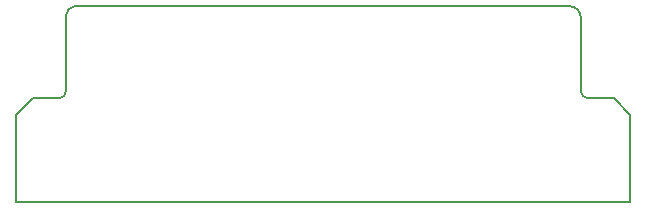
<source format=gbr>
G04 #@! TF.FileFunction,Profile,NP*
%FSLAX46Y46*%
G04 Gerber Fmt 4.6, Leading zero omitted, Abs format (unit mm)*
G04 Created by KiCad (PCBNEW 4.0.4-stable) date 05/15/17 15:10:48*
%MOMM*%
%LPD*%
G01*
G04 APERTURE LIST*
%ADD10C,0.100000*%
%ADD11C,0.150000*%
G04 APERTURE END LIST*
D10*
D11*
X170400000Y-86400000D02*
X170400000Y-92600000D01*
X173200000Y-93200000D02*
X171000000Y-93200000D01*
X174600000Y-94600000D02*
X173200000Y-93200000D01*
X174600000Y-102000000D02*
X174600000Y-94600000D01*
X122600000Y-102000000D02*
X174600000Y-102000000D01*
X122600000Y-94600000D02*
X122600000Y-102000000D01*
X124000000Y-93200000D02*
X122600000Y-94600000D01*
X126200000Y-93200000D02*
X124000000Y-93200000D01*
X126800000Y-92400000D02*
X126800000Y-92600000D01*
X126200000Y-93200000D02*
G75*
G03X126800000Y-92600000I0J600000D01*
G01*
X126800000Y-86200000D02*
X126800000Y-92400000D01*
X170400000Y-92600000D02*
G75*
G03X171000000Y-93200000I600000J0D01*
G01*
X127600000Y-85400000D02*
X169400000Y-85400000D01*
X127600000Y-85400000D02*
G75*
G03X126800000Y-86200000I0J-800000D01*
G01*
X170400000Y-86400000D02*
G75*
G03X169400000Y-85400000I-1000000J0D01*
G01*
M02*

</source>
